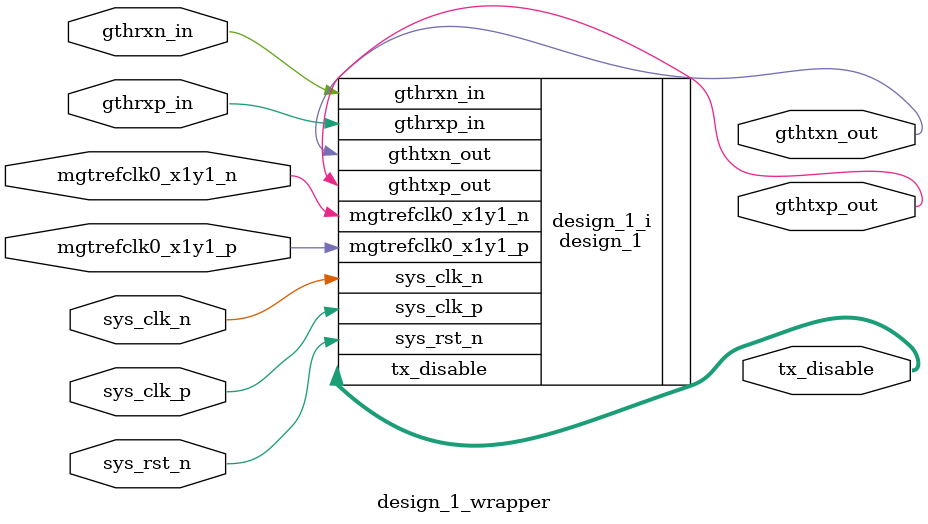
<source format=v>
`timescale 1 ps / 1 ps

module design_1_wrapper
   (gthrxn_in,
    gthrxp_in,
    gthtxn_out,
    gthtxp_out,
    mgtrefclk0_x1y1_n,
    mgtrefclk0_x1y1_p,
    sys_clk_n,
    sys_clk_p,
    sys_rst_n,
    tx_disable);
  input gthrxn_in;
  input gthrxp_in;
  output gthtxn_out;
  output gthtxp_out;
  input mgtrefclk0_x1y1_n;
  input mgtrefclk0_x1y1_p;
  input sys_clk_n;
  input sys_clk_p;
  input sys_rst_n;
  output [1:0]tx_disable;

  wire gthrxn_in;
  wire gthrxp_in;
  wire gthtxn_out;
  wire gthtxp_out;
  wire mgtrefclk0_x1y1_n;
  wire mgtrefclk0_x1y1_p;
  wire sys_clk_n;
  wire sys_clk_p;
  wire sys_rst_n;
  wire [1:0]tx_disable;

  design_1 design_1_i
       (.gthrxn_in(gthrxn_in),
        .gthrxp_in(gthrxp_in),
        .gthtxn_out(gthtxn_out),
        .gthtxp_out(gthtxp_out),
        .mgtrefclk0_x1y1_n(mgtrefclk0_x1y1_n),
        .mgtrefclk0_x1y1_p(mgtrefclk0_x1y1_p),
        .sys_clk_n(sys_clk_n),
        .sys_clk_p(sys_clk_p),
        .sys_rst_n(sys_rst_n),
        .tx_disable(tx_disable));
endmodule

</source>
